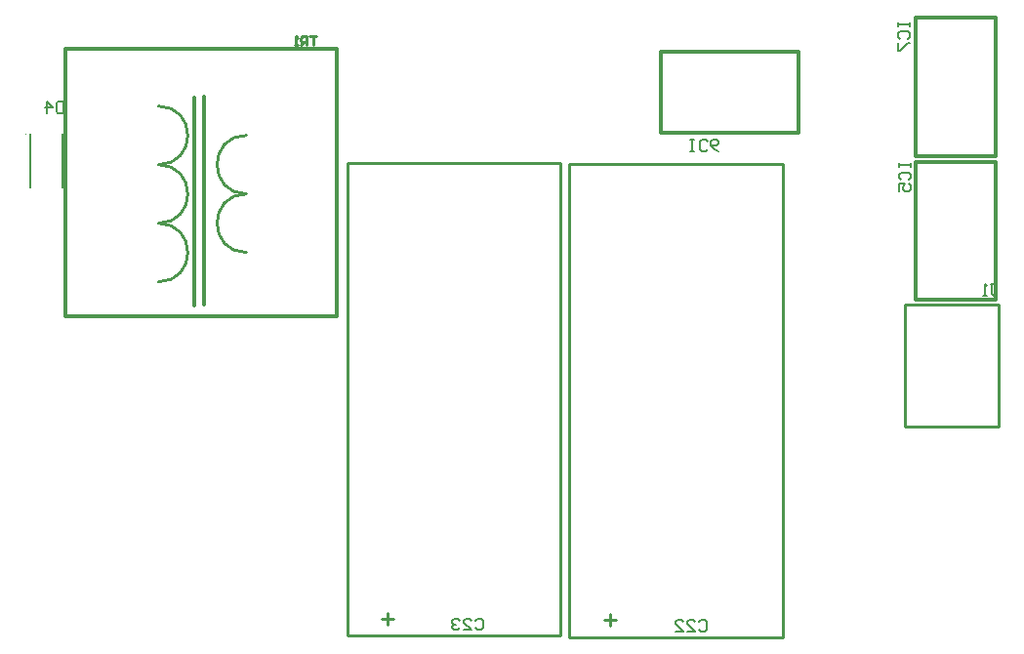
<source format=gbo>
G04 Layer_Color=32896*
%FSLAX25Y25*%
%MOIN*%
G70*
G01*
G75*
%ADD30C,0.01181*%
%ADD31C,0.01000*%
%ADD48C,0.00394*%
%ADD49C,0.00787*%
%ADD51C,0.00591*%
D30*
X323307Y245827D02*
Y316827D01*
X319835Y245496D02*
Y316496D01*
X368504Y241732D02*
Y333071D01*
X275984Y241732D02*
X368504D01*
X275984D02*
Y333071D01*
X368504D01*
X566142Y294488D02*
X593701D01*
Y247244D02*
Y294488D01*
X566142Y247244D02*
Y294488D01*
Y247244D02*
X593701D01*
X479134Y304331D02*
Y331890D01*
X526378D01*
X479134Y304331D02*
X526378D01*
Y331890D01*
X566142Y343701D02*
X593701D01*
Y296457D02*
Y343701D01*
X566142Y296457D02*
Y343701D01*
Y296457D02*
X593701D01*
D31*
X337717Y283465D02*
G03*
X337717Y263465I0J-10000D01*
G01*
Y303465D02*
G03*
X337717Y283465I0J-10000D01*
G01*
X307716Y253465D02*
G03*
X307716Y273465I0J10000D01*
G01*
D02*
G03*
X307716Y293465I0J10000D01*
G01*
D02*
G03*
X307716Y313465I0J10000D01*
G01*
X461798Y136100D02*
Y140037D01*
X459830Y138069D02*
X463767D01*
X448019Y132163D02*
X520854D01*
X448019D02*
Y266021D01*
X520854Y132163D02*
Y266021D01*
Y264053D02*
Y293580D01*
X512487D02*
X520854D01*
X448806D02*
X466227D01*
X448019Y266021D02*
Y289643D01*
X466227Y293580D02*
X512487D01*
X448019Y289643D02*
Y293580D01*
X449987D01*
X385898Y136500D02*
Y140437D01*
X383930Y138469D02*
X387867D01*
X372119Y132563D02*
X444954D01*
X372119D02*
Y266421D01*
X444954Y132563D02*
Y266421D01*
Y264453D02*
Y293980D01*
X436587D02*
X444954D01*
X372906D02*
X390328D01*
X372119Y266421D02*
Y290043D01*
X390328Y293980D02*
X436587D01*
X372119Y290043D02*
Y293980D01*
X374087D01*
X562598Y245669D02*
X594488D01*
Y203937D02*
Y245669D01*
X562598Y203937D02*
X594488D01*
X562598D02*
Y245669D01*
X361500Y337349D02*
X359401D01*
X360451D01*
Y334200D01*
X358351D02*
Y337349D01*
X356777D01*
X356252Y336824D01*
Y335774D01*
X356777Y335249D01*
X358351D01*
X357302D02*
X356252Y334200D01*
X355203D02*
X354153D01*
X354678D01*
Y337349D01*
X355203Y336824D01*
D48*
X262520Y303937D02*
G03*
X262520Y303937I-197J0D01*
G01*
D49*
X274882Y285827D02*
Y303937D01*
X263897Y285827D02*
Y303937D01*
D51*
X591776Y252736D02*
X593088D01*
X592432D01*
Y249456D01*
X593088Y248800D01*
X593744D01*
X594400Y249456D01*
X590464Y248800D02*
X589152D01*
X589808D01*
Y252736D01*
X590464Y252080D01*
X560238Y342126D02*
Y340814D01*
Y341470D01*
X564173D01*
Y342126D01*
Y340814D01*
X560893Y336222D02*
X560238Y336878D01*
Y338190D01*
X560893Y338846D01*
X563517D01*
X564173Y338190D01*
Y336878D01*
X563517Y336222D01*
X560238Y334910D02*
Y332287D01*
X560893D01*
X563517Y334910D01*
X564173D01*
X489200Y297964D02*
X490512D01*
X489856D01*
Y301900D01*
X489200D01*
X490512D01*
X495104Y298620D02*
X494448Y297964D01*
X493136D01*
X492480Y298620D01*
Y301244D01*
X493136Y301900D01*
X494448D01*
X495104Y301244D01*
X499039Y297964D02*
X497727Y298620D01*
X496416Y299932D01*
Y301244D01*
X497072Y301900D01*
X498383D01*
X499039Y301244D01*
Y300588D01*
X498383Y299932D01*
X496416D01*
X560631Y294094D02*
Y292783D01*
Y293439D01*
X564567D01*
Y294094D01*
Y292783D01*
X561287Y288191D02*
X560631Y288847D01*
Y290159D01*
X561287Y290815D01*
X563911D01*
X564567Y290159D01*
Y288847D01*
X563911Y288191D01*
X560631Y284255D02*
Y286879D01*
X562599D01*
X561943Y285567D01*
Y284911D01*
X562599Y284255D01*
X563911D01*
X564567Y284911D01*
Y286223D01*
X563911Y286879D01*
X275400Y314936D02*
Y311000D01*
X273432D01*
X272776Y311656D01*
Y314280D01*
X273432Y314936D01*
X275400D01*
X269496Y311000D02*
Y314936D01*
X271464Y312968D01*
X268840D01*
X415952Y137811D02*
X416608Y138467D01*
X417920D01*
X418576Y137811D01*
Y135187D01*
X417920Y134531D01*
X416608D01*
X415952Y135187D01*
X412016Y134531D02*
X414640D01*
X412016Y137155D01*
Y137811D01*
X412672Y138467D01*
X413984D01*
X414640Y137811D01*
X410704D02*
X410048Y138467D01*
X408736D01*
X408080Y137811D01*
Y137155D01*
X408736Y136499D01*
X409392D01*
X408736D01*
X408080Y135843D01*
Y135187D01*
X408736Y134531D01*
X410048D01*
X410704Y135187D01*
X492245Y137411D02*
X492901Y138067D01*
X494213D01*
X494869Y137411D01*
Y134787D01*
X494213Y134132D01*
X492901D01*
X492245Y134787D01*
X488310Y134132D02*
X490934D01*
X488310Y136755D01*
Y137411D01*
X488966Y138067D01*
X490278D01*
X490934Y137411D01*
X484374Y134132D02*
X486998D01*
X484374Y136755D01*
Y137411D01*
X485030Y138067D01*
X486342D01*
X486998Y137411D01*
M02*

</source>
